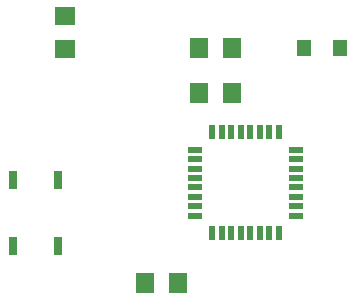
<source format=gtp>
G75*
%MOIN*%
%OFA0B0*%
%FSLAX24Y24*%
%IPPOS*%
%LPD*%
%AMOC8*
5,1,8,0,0,1.08239X$1,22.5*
%
%ADD10R,0.0500X0.0220*%
%ADD11R,0.0220X0.0500*%
%ADD12R,0.0630X0.0709*%
%ADD13R,0.0300X0.0600*%
%ADD14R,0.0472X0.0551*%
%ADD15R,0.0709X0.0630*%
D10*
X006990Y005078D03*
X006990Y005393D03*
X006990Y005708D03*
X006990Y006023D03*
X006990Y006337D03*
X006990Y006652D03*
X006990Y006967D03*
X006990Y007282D03*
X010370Y007282D03*
X010370Y006967D03*
X010370Y006652D03*
X010370Y006337D03*
X010370Y006023D03*
X010370Y005708D03*
X010370Y005393D03*
X010370Y005078D03*
D11*
X009782Y004490D03*
X009467Y004490D03*
X009152Y004490D03*
X008837Y004490D03*
X008523Y004490D03*
X008208Y004490D03*
X007893Y004490D03*
X007578Y004490D03*
X007578Y007870D03*
X007893Y007870D03*
X008208Y007870D03*
X008523Y007870D03*
X008837Y007870D03*
X009152Y007870D03*
X009467Y007870D03*
X009782Y007870D03*
D12*
X008231Y009180D03*
X007129Y009180D03*
X007129Y010680D03*
X008231Y010680D03*
X006431Y002830D03*
X005329Y002830D03*
D13*
X000930Y004080D03*
X002430Y004080D03*
X002430Y006280D03*
X000930Y006280D03*
D14*
X010639Y010680D03*
X011821Y010680D03*
D15*
X002680Y010629D03*
X002680Y011731D03*
M02*

</source>
